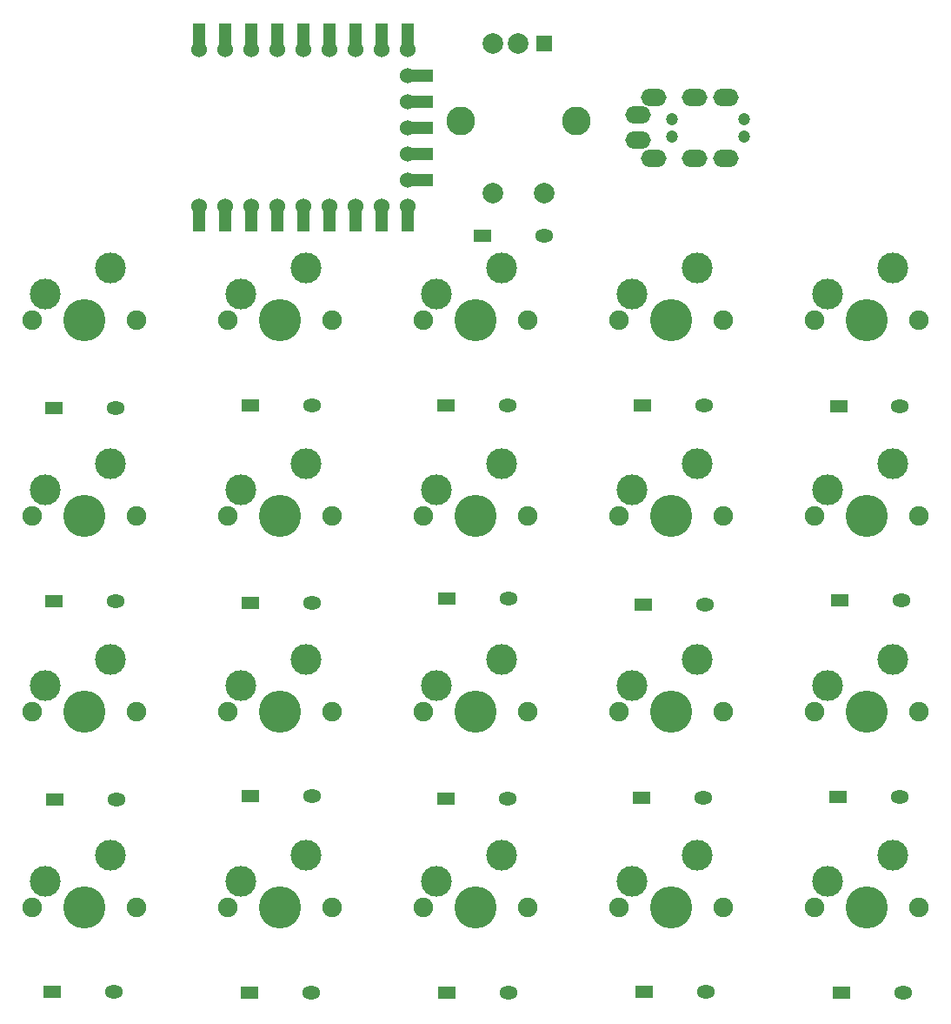
<source format=gbr>
%TF.GenerationSoftware,KiCad,Pcbnew,7.0.1-0*%
%TF.CreationDate,2023-09-11T21:36:53+09:00*%
%TF.ProjectId,jisaku20rp_right_re,6a697361-6b75-4323-9072-705f72696768,rev?*%
%TF.SameCoordinates,Original*%
%TF.FileFunction,Soldermask,Top*%
%TF.FilePolarity,Negative*%
%FSLAX46Y46*%
G04 Gerber Fmt 4.6, Leading zero omitted, Abs format (unit mm)*
G04 Created by KiCad (PCBNEW 7.0.1-0) date 2023-09-11 21:36:53*
%MOMM*%
%LPD*%
G01*
G04 APERTURE LIST*
%ADD10C,1.200000*%
%ADD11O,2.500000X1.700000*%
%ADD12C,1.900000*%
%ADD13C,3.000000*%
%ADD14C,4.100000*%
%ADD15C,1.524000*%
%ADD16R,1.200000X2.000000*%
%ADD17R,2.000000X1.200000*%
%ADD18R,1.500000X1.500000*%
%ADD19C,2.000000*%
%ADD20C,2.800000*%
%ADD21R,1.778000X1.300000*%
%ADD22O,1.778000X1.300000*%
G04 APERTURE END LIST*
D10*
%TO.C,J1*%
X64240000Y19640000D03*
X57240000Y19640000D03*
X64240000Y17890000D03*
X57240000Y17890000D03*
D11*
X53940000Y19990000D03*
X53940000Y17540000D03*
X62440000Y21740000D03*
X62440000Y15790000D03*
X59440000Y21740000D03*
X59440000Y15790000D03*
X55440000Y21740000D03*
X55440000Y15790000D03*
%TD*%
D12*
%TO.C,SW15*%
X71120000Y-38100000D03*
D13*
X72390000Y-35560000D03*
D14*
X76200000Y-38100000D03*
D13*
X78740000Y-33020000D03*
D12*
X81280000Y-38100000D03*
%TD*%
%TO.C,SW1*%
X-5080000Y0D03*
D13*
X-3810000Y2540000D03*
D14*
X0Y0D03*
D13*
X2540000Y5080000D03*
D12*
X5080000Y0D03*
%TD*%
%TO.C,SW14*%
X52070000Y-38100000D03*
D13*
X53340000Y-35560000D03*
D14*
X57150000Y-38100000D03*
D13*
X59690000Y-33020000D03*
D12*
X62230000Y-38100000D03*
%TD*%
%TO.C,SW2*%
X13970000Y0D03*
D13*
X15240000Y2540000D03*
D14*
X19050000Y0D03*
D13*
X21590000Y5080000D03*
D12*
X24130000Y0D03*
%TD*%
%TO.C,SW17*%
X13970000Y-57150000D03*
D13*
X15240000Y-54610000D03*
D14*
X19050000Y-57150000D03*
D13*
X21590000Y-52070000D03*
D12*
X24130000Y-57150000D03*
%TD*%
D15*
%TO.C,U2*%
X11110000Y26410000D03*
D16*
X11110000Y27880000D03*
D15*
X13650000Y26410000D03*
D16*
X13650000Y27880000D03*
D15*
X16190000Y26410000D03*
D16*
X16190000Y27880000D03*
D15*
X18730000Y26410000D03*
D16*
X18730000Y27880000D03*
D15*
X21270000Y26410000D03*
D16*
X21270000Y27880000D03*
D15*
X23810000Y26410000D03*
D16*
X23810000Y27880000D03*
D15*
X26350000Y26410000D03*
D16*
X26350000Y27880000D03*
D15*
X28890000Y26410000D03*
D16*
X28890000Y27880000D03*
D15*
X31430000Y26410000D03*
D16*
X31430000Y27880000D03*
D15*
X31430000Y23870000D03*
D17*
X32880000Y23870000D03*
D15*
X31430000Y21330000D03*
D17*
X32880000Y21330000D03*
D15*
X31430000Y18790000D03*
D17*
X32890000Y18790000D03*
D15*
X31430000Y16250000D03*
D17*
X32870000Y16250000D03*
D15*
X31430000Y13710000D03*
D17*
X32880000Y13710000D03*
D16*
X31430000Y9700000D03*
D15*
X31430000Y11170000D03*
D16*
X28890000Y9700000D03*
D15*
X28890000Y11170000D03*
D16*
X26350000Y9700000D03*
D15*
X26350000Y11170000D03*
D16*
X23810000Y9700000D03*
D15*
X23810000Y11170000D03*
D16*
X21270000Y9700000D03*
D15*
X21270000Y11170000D03*
D16*
X18730000Y9700000D03*
D15*
X18730000Y11170000D03*
D16*
X16190000Y9700000D03*
D15*
X16190000Y11170000D03*
D16*
X13650000Y9700000D03*
D15*
X13650000Y11170000D03*
D16*
X11110000Y9700000D03*
D15*
X11110000Y11170000D03*
%TD*%
D12*
%TO.C,SW5*%
X71120000Y0D03*
D13*
X72390000Y2540000D03*
D14*
X76200000Y0D03*
D13*
X78740000Y5080000D03*
D12*
X81280000Y0D03*
%TD*%
%TO.C,SW7*%
X13970000Y-19050000D03*
D13*
X15240000Y-16510000D03*
D14*
X19050000Y-19050000D03*
D13*
X21590000Y-13970000D03*
D12*
X24130000Y-19050000D03*
%TD*%
%TO.C,SW20*%
X71120000Y-57150000D03*
D13*
X72390000Y-54610000D03*
D14*
X76200000Y-57150000D03*
D13*
X78740000Y-52070000D03*
D12*
X81280000Y-57150000D03*
%TD*%
%TO.C,SW8*%
X33020000Y-19050000D03*
D13*
X34290000Y-16510000D03*
D14*
X38100000Y-19050000D03*
D13*
X40640000Y-13970000D03*
D12*
X43180000Y-19050000D03*
%TD*%
%TO.C,SW10*%
X71120000Y-19050000D03*
D13*
X72390000Y-16510000D03*
D14*
X76200000Y-19050000D03*
D13*
X78740000Y-13970000D03*
D12*
X81280000Y-19050000D03*
%TD*%
%TO.C,SW3*%
X33020000Y0D03*
D13*
X34290000Y2540000D03*
D14*
X38100000Y0D03*
D13*
X40640000Y5080000D03*
D12*
X43180000Y0D03*
%TD*%
%TO.C,SW16*%
X-5080000Y-57150000D03*
D13*
X-3810000Y-54610000D03*
D14*
X0Y-57150000D03*
D13*
X2540000Y-52070000D03*
D12*
X5080000Y-57150000D03*
%TD*%
%TO.C,SW18*%
X33020000Y-57150000D03*
D13*
X34290000Y-54610000D03*
D14*
X38100000Y-57150000D03*
D13*
X40640000Y-52070000D03*
D12*
X43180000Y-57150000D03*
%TD*%
%TO.C,SW12*%
X13970000Y-38100000D03*
D13*
X15240000Y-35560000D03*
D14*
X19050000Y-38100000D03*
D13*
X21590000Y-33020000D03*
D12*
X24130000Y-38100000D03*
%TD*%
%TO.C,SW9*%
X52070000Y-19050000D03*
D13*
X53340000Y-16510000D03*
D14*
X57150000Y-19050000D03*
D13*
X59690000Y-13970000D03*
D12*
X62230000Y-19050000D03*
%TD*%
%TO.C,SW11*%
X-5080000Y-38100000D03*
D13*
X-3810000Y-35560000D03*
D14*
X0Y-38100000D03*
D13*
X2540000Y-33020000D03*
D12*
X5080000Y-38100000D03*
%TD*%
%TO.C,SW6*%
X-5080000Y-19050000D03*
D13*
X-3810000Y-16510000D03*
D14*
X0Y-19050000D03*
D13*
X2540000Y-13970000D03*
D12*
X5080000Y-19050000D03*
%TD*%
%TO.C,SW4*%
X52070000Y0D03*
D13*
X53340000Y2540000D03*
D14*
X57150000Y0D03*
D13*
X59690000Y5080000D03*
D12*
X62230000Y0D03*
%TD*%
%TO.C,SW13*%
X33020000Y-38100000D03*
D13*
X34290000Y-35560000D03*
D14*
X38100000Y-38100000D03*
D13*
X40640000Y-33020000D03*
D12*
X43180000Y-38100000D03*
%TD*%
%TO.C,SW19*%
X52070000Y-57150000D03*
D13*
X53340000Y-54610000D03*
D14*
X57150000Y-57150000D03*
D13*
X59690000Y-52070000D03*
D12*
X62230000Y-57150000D03*
%TD*%
D18*
%TO.C,SW21*%
X44760000Y26940000D03*
D19*
X39760000Y26940000D03*
X42260000Y26940000D03*
D20*
X47860000Y19440000D03*
X36660000Y19440000D03*
D19*
X44760000Y12440000D03*
X39760000Y12440000D03*
%TD*%
D21*
%TO.C,D15*%
X73360000Y-46332500D03*
D22*
X79360000Y-46332500D03*
%TD*%
D21*
%TO.C,D11*%
X-2930000Y-46640000D03*
D22*
X3070000Y-46640000D03*
%TD*%
D21*
%TO.C,D4*%
X54330000Y-8240000D03*
D22*
X60330000Y-8240000D03*
%TD*%
D21*
%TO.C,D6*%
X-2950000Y-27340000D03*
D22*
X3050000Y-27340000D03*
%TD*%
D21*
%TO.C,D9*%
X54440000Y-27630000D03*
D22*
X60440000Y-27630000D03*
%TD*%
D21*
%TO.C,D8*%
X35310000Y-27050000D03*
D22*
X41310000Y-27050000D03*
%TD*%
D21*
%TO.C,D20*%
X73695000Y-65430000D03*
D22*
X79695000Y-65430000D03*
%TD*%
D21*
%TO.C,D17*%
X16061250Y-65430000D03*
D22*
X22061250Y-65430000D03*
%TD*%
D21*
%TO.C,D12*%
X16142500Y-46230000D03*
D22*
X22142500Y-46230000D03*
%TD*%
D21*
%TO.C,D10*%
X73570000Y-27195000D03*
D22*
X79570000Y-27195000D03*
%TD*%
D21*
%TO.C,D5*%
X73430000Y-8300000D03*
D22*
X79430000Y-8300000D03*
%TD*%
D21*
%TO.C,D13*%
X35215000Y-46537500D03*
D22*
X41215000Y-46537500D03*
%TD*%
D21*
%TO.C,D1*%
X-2970000Y-8510000D03*
D22*
X3030000Y-8510000D03*
%TD*%
D21*
%TO.C,D14*%
X54287500Y-46435000D03*
D22*
X60287500Y-46435000D03*
%TD*%
D21*
%TO.C,D7*%
X16180000Y-27485000D03*
D22*
X22180000Y-27485000D03*
%TD*%
D21*
%TO.C,D3*%
X35230000Y-8240000D03*
D22*
X41230000Y-8240000D03*
%TD*%
D21*
%TO.C,D19*%
X54483750Y-65300000D03*
D22*
X60483750Y-65300000D03*
%TD*%
D21*
%TO.C,D18*%
X35272500Y-65430000D03*
D22*
X41272500Y-65430000D03*
%TD*%
D21*
%TO.C,D16*%
X-3150000Y-65300000D03*
D22*
X2850000Y-65300000D03*
%TD*%
D21*
%TO.C,D21*%
X38760000Y8240000D03*
D22*
X44760000Y8240000D03*
%TD*%
D21*
%TO.C,D2*%
X16130000Y-8240000D03*
D22*
X22130000Y-8240000D03*
%TD*%
M02*

</source>
